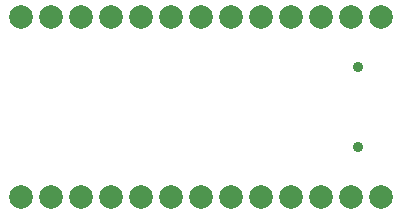
<source format=gbr>
%TF.GenerationSoftware,KiCad,Pcbnew,9.0.0*%
%TF.CreationDate,2025-04-03T20:24:29-07:00*%
%TF.ProjectId,nicenano-breakout,6e696365-6e61-46e6-9f2d-627265616b6f,rev?*%
%TF.SameCoordinates,Original*%
%TF.FileFunction,Soldermask,Top*%
%TF.FilePolarity,Negative*%
%FSLAX46Y46*%
G04 Gerber Fmt 4.6, Leading zero omitted, Abs format (unit mm)*
G04 Created by KiCad (PCBNEW 9.0.0) date 2025-04-03 20:24:29*
%MOMM*%
%LPD*%
G01*
G04 APERTURE LIST*
%ADD10C,2.000000*%
%ADD11C,0.900000*%
G04 APERTURE END LIST*
D10*
%TO.C,U1*%
X202449159Y-79055400D03*
X199909159Y-79055400D03*
X197369159Y-79055400D03*
X194829159Y-79055400D03*
X192289159Y-79055400D03*
X189749159Y-79055400D03*
X187209159Y-79055400D03*
X184669159Y-79055400D03*
X182129159Y-79055400D03*
X179589159Y-79055400D03*
X177049159Y-79055400D03*
X174509159Y-79055400D03*
X174509169Y-94295410D03*
X177049169Y-94295410D03*
X179589169Y-94295410D03*
X182129169Y-94295410D03*
X184669169Y-94295410D03*
X187209169Y-94295410D03*
X189749169Y-94295410D03*
X192289169Y-94295410D03*
X194829169Y-94295410D03*
X197369169Y-94295410D03*
X199909169Y-94295410D03*
X202449169Y-94295410D03*
X204989159Y-79055400D03*
X204989169Y-94295410D03*
%TD*%
D11*
%TO.C,SW1*%
X203000000Y-83250000D03*
X203000000Y-90050000D03*
%TD*%
M02*

</source>
